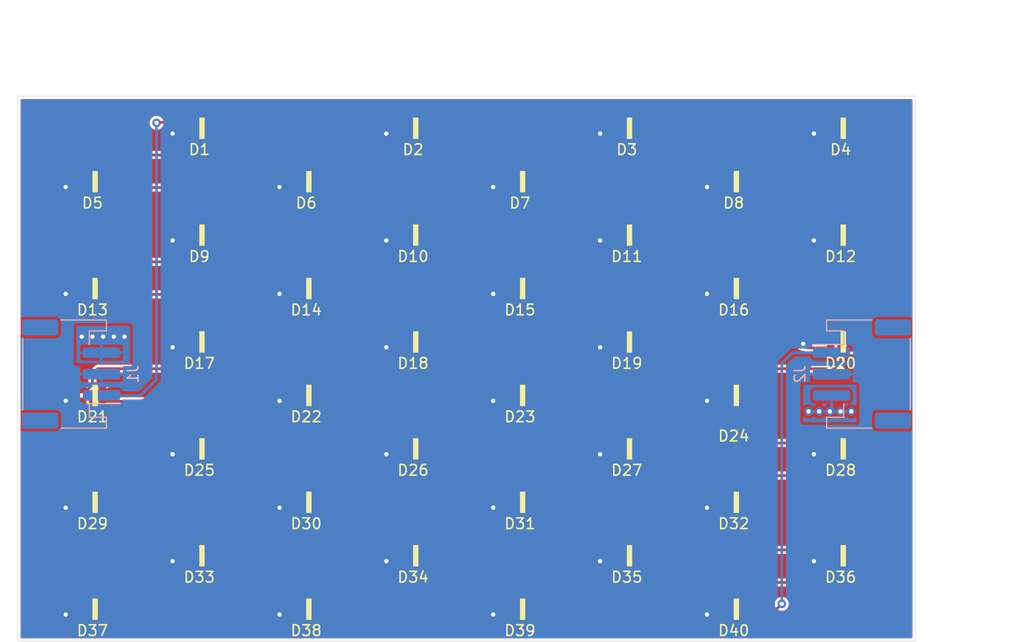
<source format=kicad_pcb>
(kicad_pcb (version 20171130) (host pcbnew "(5.1.9)-1")
  (layers (0 F.Cu signal) (31 B.Cu signal) (34 B.Paste user) (35 F.Paste user) (36 B.SilkS user) (37 F.SilkS user) (38 B.Mask user) (39 F.Mask user) (44 Edge.Cuts user))
  (net 0 "")
  (net 1 +5V)
  (net 2 "Net-(D1-Pad2)")
  (net 3 "Net-(D1-Pad4)")
  (net 4 GND)
  (net 5 "Net-(D2-Pad2)")
  (net 6 "Net-(D3-Pad2)")
  (net 7 "Net-(D4-Pad2)")
  (net 8 "Net-(D5-Pad2)")
  (net 9 "Net-(D6-Pad2)")
  (net 10 "Net-(D7-Pad2)")
  (net 11 "Net-(D8-Pad2)")
  (net 12 "Net-(D10-Pad4)")
  (net 13 "Net-(D10-Pad2)")
  (net 14 "Net-(D11-Pad2)")
  (net 15 "Net-(D12-Pad2)")
  (net 16 "Net-(D13-Pad2)")
  (net 17 "Net-(D14-Pad2)")
  (net 18 "Net-(D15-Pad2)")
  (net 19 "Net-(D16-Pad2)")
  (net 20 "Net-(D17-Pad2)")
  (net 21 "Net-(D18-Pad2)")
  (net 22 "Net-(D19-Pad2)")
  (net 23 "Net-(D20-Pad2)")
  (net 24 "Net-(D21-Pad2)")
  (net 25 "Net-(D22-Pad2)")
  (net 26 "Net-(D23-Pad2)")
  (net 27 "Net-(D24-Pad2)")
  (net 28 "Net-(D25-Pad2)")
  (net 29 "Net-(D26-Pad2)")
  (net 30 "Net-(D27-Pad2)")
  (net 31 "Net-(D28-Pad2)")
  (net 32 "Net-(D29-Pad2)")
  (net 33 "Net-(D30-Pad2)")
  (net 34 "Net-(D31-Pad2)")
  (net 35 "Net-(D32-Pad2)")
  (net 36 "Net-(D33-Pad2)")
  (net 37 "Net-(D34-Pad2)")
  (net 38 "Net-(D35-Pad2)")
  (net 39 "Net-(D36-Pad2)")
  (net 40 "Net-(D37-Pad2)")
  (net 41 "Net-(D38-Pad2)")
  (net 42 "Net-(D39-Pad2)")
  (net 43 "Net-(D40-Pad2)")
  (module edgelit-clock:WS2812-2020 (layer F.Cu) (at 150 105)
    (fp_text reference D24 (at 0 3.8) (layer F.SilkS))
    (fp_text value WS2812B)
    (pad 1 smd rect (at -0.915 0.55) (size 0.7 0.7) (layers F.Cu F.Paste F.Mask) (net 1 +5V))
    (pad 4 smd rect (at -0.915 -0.55) (size 0.7 0.7) (layers F.Cu F.Paste F.Mask) (net 26 "Net-(D23-Pad2)"))
    (pad 3 smd rect (at 0.915 -0.55) (size 0.7 0.7) (layers F.Cu F.Paste F.Mask) (net 4 GND))
    (pad 2 smd rect (at 0.915 0.55) (size 0.7 0.7) (layers F.Cu F.Paste F.Mask) (net 27 "Net-(D24-Pad2)"))
  )
  (module edgelit-clock:WS2812-2020 (layer F.Cu) (at 120 80)
    (fp_text reference D2 (at 0 2) (layer F.SilkS))
    (fp_text value WS2812B)
    (pad 1 smd rect (at -0.915 0.55) (size 0.7 0.7) (layers F.Cu F.Paste F.Mask) (net 1 +5V))
    (pad 4 smd rect (at -0.915 -0.55) (size 0.7 0.7) (layers F.Cu F.Paste F.Mask) (net 2 "Net-(D1-Pad2)"))
    (pad 3 smd rect (at 0.915 -0.55) (size 0.7 0.7) (layers F.Cu F.Paste F.Mask) (net 4 GND))
    (pad 2 smd rect (at 0.915 0.55) (size 0.7 0.7) (layers F.Cu F.Paste F.Mask) (net 5 "Net-(D2-Pad2)"))
  )
  (module edgelit-clock:WS2812-2020 (layer F.Cu) (at 140 80)
    (fp_text reference D3 (at 0 2) (layer F.SilkS))
    (fp_text value WS2812B)
    (pad 1 smd rect (at -0.915 0.55) (size 0.7 0.7) (layers F.Cu F.Paste F.Mask) (net 1 +5V))
    (pad 4 smd rect (at -0.915 -0.55) (size 0.7 0.7) (layers F.Cu F.Paste F.Mask) (net 5 "Net-(D2-Pad2)"))
    (pad 3 smd rect (at 0.915 -0.55) (size 0.7 0.7) (layers F.Cu F.Paste F.Mask) (net 4 GND))
    (pad 2 smd rect (at 0.915 0.55) (size 0.7 0.7) (layers F.Cu F.Paste F.Mask) (net 6 "Net-(D3-Pad2)"))
  )
  (module edgelit-clock:WS2812-2020 (layer F.Cu) (at 160 80)
    (fp_text reference D4 (at 0 2) (layer F.SilkS))
    (fp_text value WS2812B)
    (pad 1 smd rect (at -0.915 0.55) (size 0.7 0.7) (layers F.Cu F.Paste F.Mask) (net 1 +5V))
    (pad 4 smd rect (at -0.915 -0.55) (size 0.7 0.7) (layers F.Cu F.Paste F.Mask) (net 6 "Net-(D3-Pad2)"))
    (pad 3 smd rect (at 0.915 -0.55) (size 0.7 0.7) (layers F.Cu F.Paste F.Mask) (net 4 GND))
    (pad 2 smd rect (at 0.915 0.55) (size 0.7 0.7) (layers F.Cu F.Paste F.Mask) (net 7 "Net-(D4-Pad2)"))
  )
  (module edgelit-clock:WS2812-2020 (layer F.Cu) (at 90 85)
    (fp_text reference D5 (at 0 2) (layer F.SilkS))
    (fp_text value WS2812B)
    (pad 1 smd rect (at -0.915 0.55) (size 0.7 0.7) (layers F.Cu F.Paste F.Mask) (net 1 +5V))
    (pad 4 smd rect (at -0.915 -0.55) (size 0.7 0.7) (layers F.Cu F.Paste F.Mask) (net 7 "Net-(D4-Pad2)"))
    (pad 3 smd rect (at 0.915 -0.55) (size 0.7 0.7) (layers F.Cu F.Paste F.Mask) (net 4 GND))
    (pad 2 smd rect (at 0.915 0.55) (size 0.7 0.7) (layers F.Cu F.Paste F.Mask) (net 8 "Net-(D5-Pad2)"))
  )
  (module edgelit-clock:WS2812-2020 (layer F.Cu) (at 110 85)
    (fp_text reference D6 (at 0 2) (layer F.SilkS))
    (fp_text value WS2812B)
    (pad 1 smd rect (at -0.915 0.55) (size 0.7 0.7) (layers F.Cu F.Paste F.Mask) (net 1 +5V))
    (pad 4 smd rect (at -0.915 -0.55) (size 0.7 0.7) (layers F.Cu F.Paste F.Mask) (net 8 "Net-(D5-Pad2)"))
    (pad 3 smd rect (at 0.915 -0.55) (size 0.7 0.7) (layers F.Cu F.Paste F.Mask) (net 4 GND))
    (pad 2 smd rect (at 0.915 0.55) (size 0.7 0.7) (layers F.Cu F.Paste F.Mask) (net 9 "Net-(D6-Pad2)"))
  )
  (module edgelit-clock:WS2812-2020 (layer F.Cu) (at 130 85)
    (fp_text reference D7 (at 0 2) (layer F.SilkS))
    (fp_text value WS2812B)
    (pad 1 smd rect (at -0.915 0.55) (size 0.7 0.7) (layers F.Cu F.Paste F.Mask) (net 1 +5V))
    (pad 4 smd rect (at -0.915 -0.55) (size 0.7 0.7) (layers F.Cu F.Paste F.Mask) (net 9 "Net-(D6-Pad2)"))
    (pad 3 smd rect (at 0.915 -0.55) (size 0.7 0.7) (layers F.Cu F.Paste F.Mask) (net 4 GND))
    (pad 2 smd rect (at 0.915 0.55) (size 0.7 0.7) (layers F.Cu F.Paste F.Mask) (net 10 "Net-(D7-Pad2)"))
  )
  (module edgelit-clock:WS2812-2020 (layer F.Cu) (at 150 85)
    (fp_text reference D8 (at 0 2) (layer F.SilkS))
    (fp_text value WS2812B)
    (pad 1 smd rect (at -0.915 0.55) (size 0.7 0.7) (layers F.Cu F.Paste F.Mask) (net 1 +5V))
    (pad 4 smd rect (at -0.915 -0.55) (size 0.7 0.7) (layers F.Cu F.Paste F.Mask) (net 10 "Net-(D7-Pad2)"))
    (pad 3 smd rect (at 0.915 -0.55) (size 0.7 0.7) (layers F.Cu F.Paste F.Mask) (net 4 GND))
    (pad 2 smd rect (at 0.915 0.55) (size 0.7 0.7) (layers F.Cu F.Paste F.Mask) (net 11 "Net-(D8-Pad2)"))
  )
  (module edgelit-clock:WS2812-2020 (layer F.Cu) (at 100 90)
    (fp_text reference D9 (at 0 2) (layer F.SilkS))
    (fp_text value WS2812B)
    (pad 1 smd rect (at -0.915 0.55) (size 0.7 0.7) (layers F.Cu F.Paste F.Mask) (net 1 +5V))
    (pad 4 smd rect (at -0.915 -0.55) (size 0.7 0.7) (layers F.Cu F.Paste F.Mask) (net 11 "Net-(D8-Pad2)"))
    (pad 3 smd rect (at 0.915 -0.55) (size 0.7 0.7) (layers F.Cu F.Paste F.Mask) (net 4 GND))
    (pad 2 smd rect (at 0.915 0.55) (size 0.7 0.7) (layers F.Cu F.Paste F.Mask) (net 12 "Net-(D10-Pad4)"))
  )
  (module edgelit-clock:WS2812-2020 (layer F.Cu) (at 120 90)
    (fp_text reference D10 (at 0 2) (layer F.SilkS))
    (fp_text value WS2812B)
    (pad 1 smd rect (at -0.915 0.55) (size 0.7 0.7) (layers F.Cu F.Paste F.Mask) (net 1 +5V))
    (pad 4 smd rect (at -0.915 -0.55) (size 0.7 0.7) (layers F.Cu F.Paste F.Mask) (net 12 "Net-(D10-Pad4)"))
    (pad 3 smd rect (at 0.915 -0.55) (size 0.7 0.7) (layers F.Cu F.Paste F.Mask) (net 4 GND))
    (pad 2 smd rect (at 0.915 0.55) (size 0.7 0.7) (layers F.Cu F.Paste F.Mask) (net 13 "Net-(D10-Pad2)"))
  )
  (module edgelit-clock:WS2812-2020 (layer F.Cu) (at 140 90)
    (fp_text reference D11 (at 0 2) (layer F.SilkS))
    (fp_text value WS2812B)
    (pad 1 smd rect (at -0.915 0.55) (size 0.7 0.7) (layers F.Cu F.Paste F.Mask) (net 1 +5V))
    (pad 4 smd rect (at -0.915 -0.55) (size 0.7 0.7) (layers F.Cu F.Paste F.Mask) (net 13 "Net-(D10-Pad2)"))
    (pad 3 smd rect (at 0.915 -0.55) (size 0.7 0.7) (layers F.Cu F.Paste F.Mask) (net 4 GND))
    (pad 2 smd rect (at 0.915 0.55) (size 0.7 0.7) (layers F.Cu F.Paste F.Mask) (net 14 "Net-(D11-Pad2)"))
  )
  (module edgelit-clock:WS2812-2020 (layer F.Cu) (at 160 90)
    (fp_text reference D12 (at 0 2) (layer F.SilkS))
    (fp_text value WS2812B)
    (pad 1 smd rect (at -0.915 0.55) (size 0.7 0.7) (layers F.Cu F.Paste F.Mask) (net 1 +5V))
    (pad 4 smd rect (at -0.915 -0.55) (size 0.7 0.7) (layers F.Cu F.Paste F.Mask) (net 14 "Net-(D11-Pad2)"))
    (pad 3 smd rect (at 0.915 -0.55) (size 0.7 0.7) (layers F.Cu F.Paste F.Mask) (net 4 GND))
    (pad 2 smd rect (at 0.915 0.55) (size 0.7 0.7) (layers F.Cu F.Paste F.Mask) (net 15 "Net-(D12-Pad2)"))
  )
  (module edgelit-clock:WS2812-2020 (layer F.Cu) (at 90 95)
    (fp_text reference D13 (at 0 2) (layer F.SilkS))
    (fp_text value WS2812B)
    (pad 1 smd rect (at -0.915 0.55) (size 0.7 0.7) (layers F.Cu F.Paste F.Mask) (net 1 +5V))
    (pad 4 smd rect (at -0.915 -0.55) (size 0.7 0.7) (layers F.Cu F.Paste F.Mask) (net 15 "Net-(D12-Pad2)"))
    (pad 3 smd rect (at 0.915 -0.55) (size 0.7 0.7) (layers F.Cu F.Paste F.Mask) (net 4 GND))
    (pad 2 smd rect (at 0.915 0.55) (size 0.7 0.7) (layers F.Cu F.Paste F.Mask) (net 16 "Net-(D13-Pad2)"))
  )
  (module edgelit-clock:WS2812-2020 (layer F.Cu) (at 110 95)
    (fp_text reference D14 (at 0 2) (layer F.SilkS))
    (fp_text value WS2812B)
    (pad 1 smd rect (at -0.915 0.55) (size 0.7 0.7) (layers F.Cu F.Paste F.Mask) (net 1 +5V))
    (pad 4 smd rect (at -0.915 -0.55) (size 0.7 0.7) (layers F.Cu F.Paste F.Mask) (net 16 "Net-(D13-Pad2)"))
    (pad 3 smd rect (at 0.915 -0.55) (size 0.7 0.7) (layers F.Cu F.Paste F.Mask) (net 4 GND))
    (pad 2 smd rect (at 0.915 0.55) (size 0.7 0.7) (layers F.Cu F.Paste F.Mask) (net 17 "Net-(D14-Pad2)"))
  )
  (module edgelit-clock:WS2812-2020 (layer F.Cu) (at 130 95)
    (fp_text reference D15 (at 0 2) (layer F.SilkS))
    (fp_text value WS2812B)
    (pad 1 smd rect (at -0.915 0.55) (size 0.7 0.7) (layers F.Cu F.Paste F.Mask) (net 1 +5V))
    (pad 4 smd rect (at -0.915 -0.55) (size 0.7 0.7) (layers F.Cu F.Paste F.Mask) (net 17 "Net-(D14-Pad2)"))
    (pad 3 smd rect (at 0.915 -0.55) (size 0.7 0.7) (layers F.Cu F.Paste F.Mask) (net 4 GND))
    (pad 2 smd rect (at 0.915 0.55) (size 0.7 0.7) (layers F.Cu F.Paste F.Mask) (net 18 "Net-(D15-Pad2)"))
  )
  (module edgelit-clock:WS2812-2020 (layer F.Cu) (at 150 95)
    (fp_text reference D16 (at 0 2) (layer F.SilkS))
    (fp_text value WS2812B)
    (pad 1 smd rect (at -0.915 0.55) (size 0.7 0.7) (layers F.Cu F.Paste F.Mask) (net 1 +5V))
    (pad 4 smd rect (at -0.915 -0.55) (size 0.7 0.7) (layers F.Cu F.Paste F.Mask) (net 18 "Net-(D15-Pad2)"))
    (pad 3 smd rect (at 0.915 -0.55) (size 0.7 0.7) (layers F.Cu F.Paste F.Mask) (net 4 GND))
    (pad 2 smd rect (at 0.915 0.55) (size 0.7 0.7) (layers F.Cu F.Paste F.Mask) (net 19 "Net-(D16-Pad2)"))
  )
  (module edgelit-clock:WS2812-2020 (layer F.Cu) (at 100 100)
    (fp_text reference D17 (at 0 2) (layer F.SilkS))
    (fp_text value WS2812B)
    (pad 1 smd rect (at -0.915 0.55) (size 0.7 0.7) (layers F.Cu F.Paste F.Mask) (net 1 +5V))
    (pad 4 smd rect (at -0.915 -0.55) (size 0.7 0.7) (layers F.Cu F.Paste F.Mask) (net 19 "Net-(D16-Pad2)"))
    (pad 3 smd rect (at 0.915 -0.55) (size 0.7 0.7) (layers F.Cu F.Paste F.Mask) (net 4 GND))
    (pad 2 smd rect (at 0.915 0.55) (size 0.7 0.7) (layers F.Cu F.Paste F.Mask) (net 20 "Net-(D17-Pad2)"))
  )
  (module edgelit-clock:WS2812-2020 (layer F.Cu) (at 120 100)
    (fp_text reference D18 (at 0 2) (layer F.SilkS))
    (fp_text value WS2812B)
    (pad 1 smd rect (at -0.915 0.55) (size 0.7 0.7) (layers F.Cu F.Paste F.Mask) (net 1 +5V))
    (pad 4 smd rect (at -0.915 -0.55) (size 0.7 0.7) (layers F.Cu F.Paste F.Mask) (net 20 "Net-(D17-Pad2)"))
    (pad 3 smd rect (at 0.915 -0.55) (size 0.7 0.7) (layers F.Cu F.Paste F.Mask) (net 4 GND))
    (pad 2 smd rect (at 0.915 0.55) (size 0.7 0.7) (layers F.Cu F.Paste F.Mask) (net 21 "Net-(D18-Pad2)"))
  )
  (module edgelit-clock:WS2812-2020 (layer F.Cu) (at 140 100)
    (fp_text reference D19 (at 0 2) (layer F.SilkS))
    (fp_text value WS2812B)
    (pad 1 smd rect (at -0.915 0.55) (size 0.7 0.7) (layers F.Cu F.Paste F.Mask) (net 1 +5V))
    (pad 4 smd rect (at -0.915 -0.55) (size 0.7 0.7) (layers F.Cu F.Paste F.Mask) (net 21 "Net-(D18-Pad2)"))
    (pad 3 smd rect (at 0.915 -0.55) (size 0.7 0.7) (layers F.Cu F.Paste F.Mask) (net 4 GND))
    (pad 2 smd rect (at 0.915 0.55) (size 0.7 0.7) (layers F.Cu F.Paste F.Mask) (net 22 "Net-(D19-Pad2)"))
  )
  (module edgelit-clock:WS2812-2020 (layer F.Cu) (at 160 100)
    (fp_text reference D20 (at 0 2) (layer F.SilkS))
    (fp_text value WS2812B)
    (pad 1 smd rect (at -0.915 0.55) (size 0.7 0.7) (layers F.Cu F.Paste F.Mask) (net 1 +5V))
    (pad 4 smd rect (at -0.915 -0.55) (size 0.7 0.7) (layers F.Cu F.Paste F.Mask) (net 22 "Net-(D19-Pad2)"))
    (pad 3 smd rect (at 0.915 -0.55) (size 0.7 0.7) (layers F.Cu F.Paste F.Mask) (net 4 GND))
    (pad 2 smd rect (at 0.915 0.55) (size 0.7 0.7) (layers F.Cu F.Paste F.Mask) (net 23 "Net-(D20-Pad2)"))
  )
  (module edgelit-clock:WS2812-2020 (layer F.Cu) (at 90 105)
    (fp_text reference D21 (at 0 2) (layer F.SilkS))
    (fp_text value WS2812B)
    (pad 1 smd rect (at -0.915 0.55) (size 0.7 0.7) (layers F.Cu F.Paste F.Mask) (net 1 +5V))
    (pad 4 smd rect (at -0.915 -0.55) (size 0.7 0.7) (layers F.Cu F.Paste F.Mask) (net 23 "Net-(D20-Pad2)"))
    (pad 3 smd rect (at 0.915 -0.55) (size 0.7 0.7) (layers F.Cu F.Paste F.Mask) (net 4 GND))
    (pad 2 smd rect (at 0.915 0.55) (size 0.7 0.7) (layers F.Cu F.Paste F.Mask) (net 24 "Net-(D21-Pad2)"))
  )
  (module edgelit-clock:WS2812-2020 (layer F.Cu) (at 110 105)
    (fp_text reference D22 (at 0 2) (layer F.SilkS))
    (fp_text value WS2812B)
    (pad 1 smd rect (at -0.915 0.55) (size 0.7 0.7) (layers F.Cu F.Paste F.Mask) (net 1 +5V))
    (pad 4 smd rect (at -0.915 -0.55) (size 0.7 0.7) (layers F.Cu F.Paste F.Mask) (net 24 "Net-(D21-Pad2)"))
    (pad 3 smd rect (at 0.915 -0.55) (size 0.7 0.7) (layers F.Cu F.Paste F.Mask) (net 4 GND))
    (pad 2 smd rect (at 0.915 0.55) (size 0.7 0.7) (layers F.Cu F.Paste F.Mask) (net 25 "Net-(D22-Pad2)"))
  )
  (module edgelit-clock:WS2812-2020 (layer F.Cu) (at 130 105)
    (fp_text reference D23 (at 0 2) (layer F.SilkS))
    (fp_text value WS2812B)
    (pad 1 smd rect (at -0.915 0.55) (size 0.7 0.7) (layers F.Cu F.Paste F.Mask) (net 1 +5V))
    (pad 4 smd rect (at -0.915 -0.55) (size 0.7 0.7) (layers F.Cu F.Paste F.Mask) (net 25 "Net-(D22-Pad2)"))
    (pad 3 smd rect (at 0.915 -0.55) (size 0.7 0.7) (layers F.Cu F.Paste F.Mask) (net 4 GND))
    (pad 2 smd rect (at 0.915 0.55) (size 0.7 0.7) (layers F.Cu F.Paste F.Mask) (net 26 "Net-(D23-Pad2)"))
  )
  (module edgelit-clock:WS2812-2020 (layer F.Cu) (at 100 110)
    (fp_text reference D25 (at 0 2) (layer F.SilkS))
    (fp_text value WS2812B)
    (pad 1 smd rect (at -0.915 0.55) (size 0.7 0.7) (layers F.Cu F.Paste F.Mask) (net 1 +5V))
    (pad 4 smd rect (at -0.915 -0.55) (size 0.7 0.7) (layers F.Cu F.Paste F.Mask) (net 27 "Net-(D24-Pad2)"))
    (pad 3 smd rect (at 0.915 -0.55) (size 0.7 0.7) (layers F.Cu F.Paste F.Mask) (net 4 GND))
    (pad 2 smd rect (at 0.915 0.55) (size 0.7 0.7) (layers F.Cu F.Paste F.Mask) (net 28 "Net-(D25-Pad2)"))
  )
  (module edgelit-clock:WS2812-2020 (layer F.Cu) (at 120 110)
    (fp_text reference D26 (at 0 2) (layer F.SilkS))
    (fp_text value WS2812B)
    (pad 1 smd rect (at -0.915 0.55) (size 0.7 0.7) (layers F.Cu F.Paste F.Mask) (net 1 +5V))
    (pad 4 smd rect (at -0.915 -0.55) (size 0.7 0.7) (layers F.Cu F.Paste F.Mask) (net 28 "Net-(D25-Pad2)"))
    (pad 3 smd rect (at 0.915 -0.55) (size 0.7 0.7) (layers F.Cu F.Paste F.Mask) (net 4 GND))
    (pad 2 smd rect (at 0.915 0.55) (size 0.7 0.7) (layers F.Cu F.Paste F.Mask) (net 29 "Net-(D26-Pad2)"))
  )
  (module edgelit-clock:WS2812-2020 (layer F.Cu) (at 140 110)
    (fp_text reference D27 (at 0 2) (layer F.SilkS))
    (fp_text value WS2812B)
    (pad 1 smd rect (at -0.915 0.55) (size 0.7 0.7) (layers F.Cu F.Paste F.Mask) (net 1 +5V))
    (pad 4 smd rect (at -0.915 -0.55) (size 0.7 0.7) (layers F.Cu F.Paste F.Mask) (net 29 "Net-(D26-Pad2)"))
    (pad 3 smd rect (at 0.915 -0.55) (size 0.7 0.7) (layers F.Cu F.Paste F.Mask) (net 4 GND))
    (pad 2 smd rect (at 0.915 0.55) (size 0.7 0.7) (layers F.Cu F.Paste F.Mask) (net 30 "Net-(D27-Pad2)"))
  )
  (module edgelit-clock:WS2812-2020 (layer F.Cu) (at 160 110)
    (fp_text reference D28 (at 0 2) (layer F.SilkS))
    (fp_text value WS2812B)
    (pad 1 smd rect (at -0.915 0.55) (size 0.7 0.7) (layers F.Cu F.Paste F.Mask) (net 1 +5V))
    (pad 4 smd rect (at -0.915 -0.55) (size 0.7 0.7) (layers F.Cu F.Paste F.Mask) (net 30 "Net-(D27-Pad2)"))
    (pad 3 smd rect (at 0.915 -0.55) (size 0.7 0.7) (layers F.Cu F.Paste F.Mask) (net 4 GND))
    (pad 2 smd rect (at 0.915 0.55) (size 0.7 0.7) (layers F.Cu F.Paste F.Mask) (net 31 "Net-(D28-Pad2)"))
  )
  (module edgelit-clock:WS2812-2020 (layer F.Cu) (at 90 115)
    (fp_text reference D29 (at 0 2) (layer F.SilkS))
    (fp_text value WS2812B)
    (pad 1 smd rect (at -0.915 0.55) (size 0.7 0.7) (layers F.Cu F.Paste F.Mask) (net 1 +5V))
    (pad 4 smd rect (at -0.915 -0.55) (size 0.7 0.7) (layers F.Cu F.Paste F.Mask) (net 31 "Net-(D28-Pad2)"))
    (pad 3 smd rect (at 0.915 -0.55) (size 0.7 0.7) (layers F.Cu F.Paste F.Mask) (net 4 GND))
    (pad 2 smd rect (at 0.915 0.55) (size 0.7 0.7) (layers F.Cu F.Paste F.Mask) (net 32 "Net-(D29-Pad2)"))
  )
  (module edgelit-clock:WS2812-2020 (layer F.Cu) (at 110 115)
    (fp_text reference D30 (at 0 2) (layer F.SilkS))
    (fp_text value WS2812B)
    (pad 1 smd rect (at -0.915 0.55) (size 0.7 0.7) (layers F.Cu F.Paste F.Mask) (net 1 +5V))
    (pad 4 smd rect (at -0.915 -0.55) (size 0.7 0.7) (layers F.Cu F.Paste F.Mask) (net 32 "Net-(D29-Pad2)"))
    (pad 3 smd rect (at 0.915 -0.55) (size 0.7 0.7) (layers F.Cu F.Paste F.Mask) (net 4 GND))
    (pad 2 smd rect (at 0.915 0.55) (size 0.7 0.7) (layers F.Cu F.Paste F.Mask) (net 33 "Net-(D30-Pad2)"))
  )
  (module edgelit-clock:WS2812-2020 (layer F.Cu) (at 130 115)
    (fp_text reference D31 (at 0 2) (layer F.SilkS))
    (fp_text value WS2812B)
    (pad 1 smd rect (at -0.915 0.55) (size 0.7 0.7) (layers F.Cu F.Paste F.Mask) (net 1 +5V))
    (pad 4 smd rect (at -0.915 -0.55) (size 0.7 0.7) (layers F.Cu F.Paste F.Mask) (net 33 "Net-(D30-Pad2)"))
    (pad 3 smd rect (at 0.915 -0.55) (size 0.7 0.7) (layers F.Cu F.Paste F.Mask) (net 4 GND))
    (pad 2 smd rect (at 0.915 0.55) (size 0.7 0.7) (layers F.Cu F.Paste F.Mask) (net 34 "Net-(D31-Pad2)"))
  )
  (module edgelit-clock:WS2812-2020 (layer F.Cu) (at 150 115)
    (fp_text reference D32 (at 0 2) (layer F.SilkS))
    (fp_text value WS2812B)
    (pad 1 smd rect (at -0.915 0.55) (size 0.7 0.7) (layers F.Cu F.Paste F.Mask) (net 1 +5V))
    (pad 4 smd rect (at -0.915 -0.55) (size 0.7 0.7) (layers F.Cu F.Paste F.Mask) (net 34 "Net-(D31-Pad2)"))
    (pad 3 smd rect (at 0.915 -0.55) (size 0.7 0.7) (layers F.Cu F.Paste F.Mask) (net 4 GND))
    (pad 2 smd rect (at 0.915 0.55) (size 0.7 0.7) (layers F.Cu F.Paste F.Mask) (net 35 "Net-(D32-Pad2)"))
  )
  (module edgelit-clock:WS2812-2020 (layer F.Cu) (at 100 120)
    (fp_text reference D33 (at 0 2) (layer F.SilkS))
    (fp_text value WS2812B)
    (pad 1 smd rect (at -0.915 0.55) (size 0.7 0.7) (layers F.Cu F.Paste F.Mask) (net 1 +5V))
    (pad 4 smd rect (at -0.915 -0.55) (size 0.7 0.7) (layers F.Cu F.Paste F.Mask) (net 35 "Net-(D32-Pad2)"))
    (pad 3 smd rect (at 0.915 -0.55) (size 0.7 0.7) (layers F.Cu F.Paste F.Mask) (net 4 GND))
    (pad 2 smd rect (at 0.915 0.55) (size 0.7 0.7) (layers F.Cu F.Paste F.Mask) (net 36 "Net-(D33-Pad2)"))
  )
  (module edgelit-clock:WS2812-2020 (layer F.Cu) (at 120 120)
    (fp_text reference D34 (at 0 2) (layer F.SilkS))
    (fp_text value WS2812B)
    (pad 1 smd rect (at -0.915 0.55) (size 0.7 0.7) (layers F.Cu F.Paste F.Mask) (net 1 +5V))
    (pad 4 smd rect (at -0.915 -0.55) (size 0.7 0.7) (layers F.Cu F.Paste F.Mask) (net 36 "Net-(D33-Pad2)"))
    (pad 3 smd rect (at 0.915 -0.55) (size 0.7 0.7) (layers F.Cu F.Paste F.Mask) (net 4 GND))
    (pad 2 smd rect (at 0.915 0.55) (size 0.7 0.7) (layers F.Cu F.Paste F.Mask) (net 37 "Net-(D34-Pad2)"))
  )
  (module edgelit-clock:WS2812-2020 (layer F.Cu) (at 140 120)
    (fp_text reference D35 (at 0 2) (layer F.SilkS))
    (fp_text value WS2812B)
    (pad 1 smd rect (at -0.915 0.55) (size 0.7 0.7) (layers F.Cu F.Paste F.Mask) (net 1 +5V))
    (pad 4 smd rect (at -0.915 -0.55) (size 0.7 0.7) (layers F.Cu F.Paste F.Mask) (net 37 "Net-(D34-Pad2)"))
    (pad 3 smd rect (at 0.915 -0.55) (size 0.7 0.7) (layers F.Cu F.Paste F.Mask) (net 4 GND))
    (pad 2 smd rect (at 0.915 0.55) (size 0.7 0.7) (layers F.Cu F.Paste F.Mask) (net 38 "Net-(D35-Pad2)"))
  )
  (module edgelit-clock:WS2812-2020 (layer F.Cu) (at 160 120)
    (fp_text reference D36 (at 0 2) (layer F.SilkS))
    (fp_text value WS2812B)
    (pad 1 smd rect (at -0.915 0.55) (size 0.7 0.7) (layers F.Cu F.Paste F.Mask) (net 1 +5V))
    (pad 4 smd rect (at -0.915 -0.55) (size 0.7 0.7) (layers F.Cu F.Paste F.Mask) (net 38 "Net-(D35-Pad2)"))
    (pad 3 smd rect (at 0.915 -0.55) (size 0.7 0.7) (layers F.Cu F.Paste F.Mask) (net 4 GND))
    (pad 2 smd rect (at 0.915 0.55) (size 0.7 0.7) (layers F.Cu F.Paste F.Mask) (net 39 "Net-(D36-Pad2)"))
  )
  (module edgelit-clock:WS2812-2020 (layer F.Cu) (at 90 125)
    (fp_text reference D37 (at 0 2) (layer F.SilkS))
    (fp_text value WS2812B)
    (pad 1 smd rect (at -0.915 0.55) (size 0.7 0.7) (layers F.Cu F.Paste F.Mask) (net 1 +5V))
    (pad 4 smd rect (at -0.915 -0.55) (size 0.7 0.7) (layers F.Cu F.Paste F.Mask) (net 39 "Net-(D36-Pad2)"))
    (pad 3 smd rect (at 0.915 -0.55) (size 0.7 0.7) (layers F.Cu F.Paste F.Mask) (net 4 GND))
    (pad 2 smd rect (at 0.915 0.55) (size 0.7 0.7) (layers F.Cu F.Paste F.Mask) (net 40 "Net-(D37-Pad2)"))
  )
  (module edgelit-clock:WS2812-2020 (layer F.Cu) (at 110 125)
    (fp_text reference D38 (at 0 2) (layer F.SilkS))
    (fp_text value WS2812B)
    (pad 1 smd rect (at -0.915 0.55) (size 0.7 0.7) (layers F.Cu F.Paste F.Mask) (net 1 +5V))
    (pad 4 smd rect (at -0.915 -0.55) (size 0.7 0.7) (layers F.Cu F.Paste F.Mask) (net 40 "Net-(D37-Pad2)"))
    (pad 3 smd rect (at 0.915 -0.55) (size 0.7 0.7) (layers F.Cu F.Paste F.Mask) (net 4 GND))
    (pad 2 smd rect (at 0.915 0.55) (size 0.7 0.7) (layers F.Cu F.Paste F.Mask) (net 41 "Net-(D38-Pad2)"))
  )
  (module edgelit-clock:WS2812-2020 (layer F.Cu) (at 130 125)
    (fp_text reference D39 (at 0 2) (layer F.SilkS))
    (fp_text value WS2812B)
    (pad 1 smd rect (at -0.915 0.55) (size 0.7 0.7) (layers F.Cu F.Paste F.Mask) (net 1 +5V))
    (pad 4 smd rect (at -0.915 -0.55) (size 0.7 0.7) (layers F.Cu F.Paste F.Mask) (net 41 "Net-(D38-Pad2)"))
    (pad 3 smd rect (at 0.915 -0.55) (size 0.7 0.7) (layers F.Cu F.Paste F.Mask) (net 4 GND))
    (pad 2 smd rect (at 0.915 0.55) (size 0.7 0.7) (layers F.Cu F.Paste F.Mask) (net 42 "Net-(D39-Pad2)"))
  )
  (module edgelit-clock:WS2812-2020 (layer F.Cu) (at 150 125)
    (fp_text reference D40 (at 0 2) (layer F.SilkS))
    (fp_text value WS2812B)
    (pad 1 smd rect (at -0.915 0.55) (size 0.7 0.7) (layers F.Cu F.Paste F.Mask) (net 1 +5V))
    (pad 4 smd rect (at -0.915 -0.55) (size 0.7 0.7) (layers F.Cu F.Paste F.Mask) (net 42 "Net-(D39-Pad2)"))
    (pad 3 smd rect (at 0.915 -0.55) (size 0.7 0.7) (layers F.Cu F.Paste F.Mask) (net 4 GND))
    (pad 2 smd rect (at 0.915 0.55) (size 0.7 0.7) (layers F.Cu F.Paste F.Mask) (net 43 "Net-(D40-Pad2)"))
  )
  (module edgelit-clock:WS2812-2020 (layer F.Cu) (at 100 80)
    (fp_text reference D1 (at 0 2) (layer F.SilkS))
    (fp_text value WS2812B)
    (pad 1 smd rect (at -0.915 0.55) (size 0.7 0.7) (layers F.Cu F.Paste F.Mask) (net 1 +5V))
    (pad 4 smd rect (at -0.915 -0.55) (size 0.7 0.7) (layers F.Cu F.Paste F.Mask) (net 3 "Net-(D1-Pad4)"))
    (pad 3 smd rect (at 0.915 -0.55) (size 0.7 0.7) (layers F.Cu F.Paste F.Mask) (net 4 GND))
    (pad 2 smd rect (at 0.915 0.55) (size 0.7 0.7) (layers F.Cu F.Paste F.Mask) (net 2 "Net-(D1-Pad2)"))
  )
  (module Connector_JST:JST_PH_S3B-PH-SM4-TB_1x03-1MP_P2.00mm_Horizontal (layer B.Cu) (at 88 103 90)
    (fp_text reference J1 (at 0 5.8 90) (layer B.SilkS) (effects (justify mirror)))
    (fp_text value Conn_01x03)
    (pad 1 smd roundrect (at -2 2.85 90) (size 1 3.5) (layers B.Cu B.Paste B.Mask) (net 3 "Net-(D1-Pad4)"))
    (pad 2 smd roundrect (at 0 2.85 90) (size 1 3.5) (layers B.Cu B.Paste B.Mask) (net 1 +5V))
    (pad 3 smd roundrect (at 2 2.85 90) (size 1 3.5) (layers B.Cu B.Paste B.Mask) (net 4 GND))
    (pad MP smd roundrect (at -4.35 -2.9 90) (size 1.5 3.4) (layers B.Cu B.Paste B.Mask) (roundrect_rratio 0.166667))
    (pad MP smd roundrect (at 4.35 -2.9 90) (size 1.5 3.4) (layers B.Cu B.Paste B.Mask) (roundrect_rratio 0.166667))
  )
  (module Connector_JST:JST_PH_S3B-PH-SM4-TB_1x03-1MP_P2.00mm_Horizontal (layer B.Cu) (at 162 103 270)
    (fp_text reference J2 (at 0 5.8 270) (layer B.SilkS) (effects (justify mirror)))
    (fp_text value Conn_01x03)
    (pad MP smd roundrect (at 4.35 -2.9 270) (size 1.5 3.4) (layers B.Cu B.Paste B.Mask) (roundrect_rratio 0.166667))
    (pad MP smd roundrect (at -4.35 -2.9 270) (size 1.5 3.4) (layers B.Cu B.Paste B.Mask) (roundrect_rratio 0.166667))
    (pad 3 smd roundrect (at 2 2.85 270) (size 1 3.5) (layers B.Cu B.Paste B.Mask) (net 4 GND))
    (pad 2 smd roundrect (at 0 2.85 270) (size 1 3.5) (layers B.Cu B.Paste B.Mask) (net 1 +5V))
    (pad 1 smd roundrect (at -2 2.85 270) (size 1 3.5) (layers B.Cu B.Paste B.Mask) (net 43 "Net-(D40-Pad2)"))
  )
  (gr_line (start 83 128) (end 83 77) (layer Edge.Cuts) (width 0.05))
  (gr_line (start 167 128) (end 83 128) (layer Edge.Cuts) (width 0.05))
  (gr_line (start 167 77) (end 167 128) (layer Edge.Cuts) (width 0.05))
  (gr_line (start 83 77) (end 167 77) (layer Edge.Cuts) (width 0.05))
  (via (at 97.5 80.5) (size 0.8) (drill 0.4) (layers F.Cu B.Cu) (net 1))
  (segment (start 97.55 80.55) (end 97.5 80.5) (width 0.25) (layer F.Cu) (net 1))
  (segment (start 99.085 80.55) (end 97.55 80.55) (width 0.25) (layer F.Cu) (net 1))
  (via (at 117.5 80.5) (size 0.8) (drill 0.4) (layers F.Cu B.Cu) (net 1))
  (segment (start 117.55 80.55) (end 117.5 80.5) (width 0.25) (layer F.Cu) (net 1))
  (segment (start 119.085 80.55) (end 117.55 80.55) (width 0.25) (layer F.Cu) (net 1))
  (via (at 137.5 80.5) (size 0.8) (drill 0.4) (layers F.Cu B.Cu) (net 1))
  (segment (start 137.55 80.55) (end 137.5 80.5) (width 0.25) (layer F.Cu) (net 1))
  (segment (start 139.085 80.55) (end 137.55 80.55) (width 0.25) (layer F.Cu) (net 1))
  (via (at 157.5 80.5) (size 0.8) (drill 0.4) (layers F.Cu B.Cu) (net 1))
  (segment (start 157.55 80.55) (end 157.5 80.5) (width 0.25) (layer F.Cu) (net 1))
  (segment (start 159.085 80.55) (end 157.55 80.55) (width 0.25) (layer F.Cu) (net 1))
  (via (at 87.5 85.5) (size 0.8) (drill 0.4) (layers F.Cu B.Cu) (net 1))
  (segment (start 87.55 85.55) (end 87.5 85.5) (width 0.25) (layer F.Cu) (net 1))
  (segment (start 89.085 85.55) (end 87.55 85.55) (width 0.25) (layer F.Cu) (net 1))
  (via (at 107.5 85.5) (size 0.8) (drill 0.4) (layers F.Cu B.Cu) (net 1))
  (segment (start 107.55 85.55) (end 107.5 85.5) (width 0.25) (layer F.Cu) (net 1))
  (segment (start 109.085 85.55) (end 107.55 85.55) (width 0.25) (layer F.Cu) (net 1))
  (via (at 127.5 85.5) (size 0.8) (drill 0.4) (layers F.Cu B.Cu) (net 1))
  (segment (start 127.55 85.55) (end 127.5 85.5) (width 0.25) (layer F.Cu) (net 1))
  (segment (start 129.085 85.55) (end 127.55 85.55) (width 0.25) (layer F.Cu) (net 1))
  (via (at 147.5 85.5) (size 0.8) (drill 0.4) (layers F.Cu B.Cu) (net 1))
  (segment (start 147.55 85.55) (end 147.5 85.5) (width 0.25) (layer F.Cu) (net 1))
  (segment (start 149.085 85.55) (end 147.55 85.55) (width 0.25) (layer F.Cu) (net 1))
  (via (at 97.5 90.5) (size 0.8) (drill 0.4) (layers F.Cu B.Cu) (net 1))
  (segment (start 97.55 90.55) (end 97.5 90.5) (width 0.25) (layer F.Cu) (net 1))
  (segment (start 99.085 90.55) (end 97.55 90.55) (width 0.25) (layer F.Cu) (net 1))
  (via (at 117.5 90.5) (size 0.8) (drill 0.4) (layers F.Cu B.Cu) (net 1))
  (segment (start 117.55 90.55) (end 117.5 90.5) (width 0.25) (layer F.Cu) (net 1))
  (segment (start 119.085 90.55) (end 117.55 90.55) (width 0.25) (layer F.Cu) (net 1))
  (via (at 137.5 90.5) (size 0.8) (drill 0.4) (layers F.Cu B.Cu) (net 1))
  (segment (start 137.55 90.55) (end 137.5 90.5) (width 0.25) (layer F.Cu) (net 1))
  (segment (start 139.085 90.55) (end 137.55 90.55) (width 0.25) (layer F.Cu) (net 1))
  (via (at 157.5 90.5) (size 0.8) (drill 0.4) (layers F.Cu B.Cu) (net 1))
  (segment (start 157.55 90.55) (end 157.5 90.5) (width 0.25) (layer F.Cu) (net 1))
  (segment (start 159.085 90.55) (end 157.55 90.55) (width 0.25) (layer F.Cu) (net 1))
  (via (at 87.5 95.5) (size 0.8) (drill 0.4) (layers F.Cu B.Cu) (net 1))
  (segment (start 87.55 95.55) (end 87.5 95.5) (width 0.25) (layer F.Cu) (net 1))
  (segment (start 89.085 95.55) (end 87.55 95.55) (width 0.25) (layer F.Cu) (net 1))
  (via (at 107.5 95.5) (size 0.8) (drill 0.4) (layers F.Cu B.Cu) (net 1))
  (segment (start 107.55 95.55) (end 107.5 95.5) (width 0.25) (layer F.Cu) (net 1))
  (segment (start 109.085 95.55) (end 107.55 95.55) (width 0.25) (layer F.Cu) (net 1))
  (via (at 127.5 95.5) (size 0.8) (drill 0.4) (layers F.Cu B.Cu) (net 1))
  (segment (start 127.55 95.55) (end 127.5 95.5) (width 0.25) (layer F.Cu) (net 1))
  (segment (start 129.085 95.55) (end 127.55 95.55) (width 0.25) (layer F.Cu) (net 1))
  (via (at 147.5 95.5) (size 0.8) (drill 0.4) (layers F.Cu B.Cu) (net 1))
  (segment (start 147.55 95.55) (end 147.5 95.5) (width 0.25) (layer F.Cu) (net 1))
  (segment (start 149.085 95.55) (end 147.55 95.55) (width 0.25) (layer F.Cu) (net 1))
  (via (at 97.5 100.5) (size 0.8) (drill 0.4) (layers F.Cu B.Cu) (net 1))
  (segment (start 97.55 100.55) (end 97.5 100.5) (width 0.25) (layer F.Cu) (net 1))
  (segment (start 99.085 100.55) (end 97.55 100.55) (width 0.25) (layer F.Cu) (net 1))
  (segment (start 117.55 100.55) (end 117.5 100.5) (width 0.25) (layer F.Cu) (net 1))
  (via (at 117.5 100.5) (size 0.8) (drill 0.4) (layers F.Cu B.Cu) (net 1))
  (segment (start 119.085 100.55) (end 117.55 100.55) (width 0.25) (layer F.Cu) (net 1))
  (via (at 137.5 100.5) (size 0.8) (drill 0.4) (layers F.Cu B.Cu) (net 1))
  (segment (start 137.55 100.55) (end 137.5 100.5) (width 0.25) (layer F.Cu) (net 1))
  (segment (start 139.085 100.55) (end 137.55 100.55) (width 0.25) (layer F.Cu) (net 1))
  (via (at 156.5 100.175) (size 0.8) (drill 0.4) (layers F.Cu B.Cu) (net 1))
  (segment (start 156.875 100.55) (end 156.5 100.175) (width 0.25) (layer F.Cu) (net 1))
  (segment (start 159.085 100.55) (end 156.875 100.55) (width 0.25) (layer F.Cu) (net 1))
  (via (at 87.5 105.5) (size 0.8) (drill 0.4) (layers F.Cu B.Cu) (net 1))
  (segment (start 87.55 105.55) (end 87.5 105.5) (width 0.25) (layer F.Cu) (net 1))
  (segment (start 89.085 105.55) (end 87.55 105.55) (width 0.25) (layer F.Cu) (net 1))
  (via (at 107.5 105.5) (size 0.8) (drill 0.4) (layers F.Cu B.Cu) (net 1))
  (segment (start 107.55 105.55) (end 107.5 105.5) (width 0.25) (layer F.Cu) (net 1))
  (segment (start 109.085 105.55) (end 107.55 105.55) (width 0.25) (layer F.Cu) (net 1))
  (via (at 127.5 105.5) (size 0.8) (drill 0.4) (layers F.Cu B.Cu) (net 1))
  (segment (start 127.55 105.55) (end 127.5 105.5) (width 0.25) (layer F.Cu) (net 1))
  (segment (start 129.085 105.55) (end 127.55 105.55) (width 0.25) (layer F.Cu) (net 1))
  (via (at 147.5 105.5) (size 0.8) (drill 0.4) (layers F.Cu B.Cu) (net 1))
  (segment (start 147.55 105.55) (end 147.5 105.5) (width 0.25) (layer F.Cu) (net 1))
  (segment (start 149.085 105.55) (end 147.55 105.55) (width 0.25) (layer F.Cu) (net 1))
  (via (at 97.5 110.5) (size 0.8) (drill 0.4) (layers F.Cu B.Cu) (net 1))
  (segment (start 97.55 110.55) (end 97.5 110.5) (width 0.25) (layer F.Cu) (net 1))
  (segment (start 99.085 110.55) (end 97.55 110.55) (width 0.25) (layer F.Cu) (net 1))
  (via (at 117.5 110.5) (size 0.8) (drill 0.4) (layers F.Cu B.Cu) (net 1))
  (segment (start 117.55 110.55) (end 117.5 110.5) (width 0.25) (layer F.Cu) (net 1))
  (segment (start 119.085 110.55) (end 117.55 110.55) (width 0.25) (layer F.Cu) (net 1))
  (via (at 137.5 110.5) (size 0.8) (drill 0.4) (layers F.Cu B.Cu) (net 1))
  (segment (start 137.55 110.55) (end 137.5 110.5) (width 0.25) (layer F.Cu) (net 1))
  (segment (start 139.085 110.55) (end 137.55 110.55) (width 0.25) (layer F.Cu) (net 1))
  (via (at 157.5 110.5) (size 0.8) (drill 0.4) (layers F.Cu B.Cu) (net 1))
  (segment (start 157.55 110.55) (end 157.5 110.5) (width 0.25) (layer F.Cu) (net 1))
  (segment (start 159.085 110.55) (end 157.55 110.55) (width 0.25) (layer F.Cu) (net 1))
  (via (at 87.5 115.5) (size 0.8) (drill 0.4) (layers F.Cu B.Cu) (net 1))
  (segment (start 87.55 115.55) (end 87.5 115.5) (width 0.25) (layer F.Cu) (net 1))
  (segment (start 89.085 115.55) (end 87.55 115.55) (width 0.25) (layer F.Cu) (net 1))
  (via (at 107.5 115.5) (size 0.8) (drill 0.4) (layers F.Cu B.Cu) (net 1))
  (segment (start 107.55 115.55) (end 107.5 115.5) (width 0.25) (layer F.Cu) (net 1))
  (segment (start 109.085 115.55) (end 107.55 115.55) (width 0.25) (layer F.Cu) (net 1))
  (via (at 127.5 115.5) (size 0.8) (drill 0.4) (layers F.Cu B.Cu) (net 1))
  (segment (start 127.55 115.55) (end 127.5 115.5) (width 0.25) (layer F.Cu) (net 1))
  (segment (start 129.085 115.55) (end 127.55 115.55) (width 0.25) (layer F.Cu) (net 1))
  (via (at 147.5 115.5) (size 0.8) (drill 0.4) (layers F.Cu B.Cu) (net 1))
  (segment (start 147.55 115.55) (end 147.5 115.5) (width 0.25) (layer F.Cu) (net 1))
  (segment (start 149.085 115.55) (end 147.55 115.55) (width 0.25) (layer F.Cu) (net 1))
  (segment (start 97.55 120.55) (end 97.5 120.5) (width 0.25) (layer F.Cu) (net 1))
  (via (at 97.5 120.5) (size 0.8) (drill 0.4) (layers F.Cu B.Cu) (net 1))
  (segment (start 99.085 120.55) (end 97.55 120.55) (width 0.25) (layer F.Cu) (net 1))
  (via (at 117.5 120.5) (size 0.8) (drill 0.4) (layers F.Cu B.Cu) (net 1))
  (segment (start 117.55 120.55) (end 117.5 120.5) (width 0.25) (layer F.Cu) (net 1))
  (segment (start 119.085 120.55) (end 117.55 120.55) (width 0.25) (layer F.Cu) (net 1))
  (via (at 137.5 120.5) (size 0.8) (drill 0.4) (layers F.Cu B.Cu) (net 1))
  (segment (start 137.55 120.55) (end 137.5 120.5) (width 0.25) (layer F.Cu) (net 1))
  (segment (start 139.085 120.55) (end 137.55 120.55) (width 0.25) (layer F.Cu) (net 1))
  (via (at 157.5 120.5) (size 0.8) (drill 0.4) (layers F.Cu B.Cu) (net 1))
  (segment (start 157.55 120.55) (end 157.5 120.5) (width 0.25) (layer F.Cu) (net 1))
  (segment (start 159.085 120.55) (end 157.55 120.55) (width 0.25) (layer F.Cu) (net 1))
  (via (at 87.5 125.5) (size 0.8) (drill 0.4) (layers F.Cu B.Cu) (net 1))
  (segment (start 87.55 125.55) (end 87.5 125.5) (width 0.25) (layer F.Cu) (net 1))
  (segment (start 89.085 125.55) (end 87.55 125.55) (width 0.25) (layer F.Cu) (net 1))
  (via (at 107.5 125.5) (size 0.8) (drill 0.4) (layers F.Cu B.Cu) (net 1))
  (segment (start 107.55 125.55) (end 107.5 125.5) (width 0.25) (layer F.Cu) (net 1))
  (segment (start 109.085 125.55) (end 107.55 125.55) (width 0.25) (layer F.Cu) (net 1))
  (via (at 127.5 125.5) (size 0.8) (drill 0.4) (layers F.Cu B.Cu) (net 1))
  (segment (start 127.55 125.55) (end 127.5 125.5) (width 0.25) (layer F.Cu) (net 1))
  (segment (start 129.085 125.55) (end 127.55 125.55) (width 0.25) (layer F.Cu) (net 1))
  (via (at 147.5 125.5) (size 0.8) (drill 0.4) (layers F.Cu B.Cu) (net 1))
  (segment (start 147.55 125.55) (end 147.5 125.5) (width 0.25) (layer F.Cu) (net 1))
  (segment (start 149.085 125.55) (end 147.55 125.55) (width 0.25) (layer F.Cu) (net 1))
  (segment (start 100.915 80.55) (end 109.45 80.55) (width 0.25) (layer F.Cu) (net 2))
  (segment (start 110.55 79.45) (end 119.085 79.45) (width 0.25) (layer F.Cu) (net 2))
  (segment (start 109.45 80.55) (end 110.55 79.45) (width 0.25) (layer F.Cu) (net 2))
  (segment (start 96 103.5) (end 94.5 105) (width 0.25) (layer B.Cu) (net 3))
  (segment (start 96 79.5) (end 96 103.5) (width 0.25) (layer B.Cu) (net 3))
  (segment (start 94.5 105) (end 90.85 105) (width 0.25) (layer B.Cu) (net 3))
  (via (at 96 79.5) (size 0.8) (drill 0.4) (layers F.Cu B.Cu) (net 3))
  (segment (start 96.05 79.45) (end 96 79.5) (width 0.25) (layer F.Cu) (net 3))
  (segment (start 99.085 79.45) (end 96.05 79.45) (width 0.25) (layer F.Cu) (net 3))
  (segment (start 90.85 101) (end 90.85 99.65) (width 0.25) (layer B.Cu) (net 4))
  (via (at 89 99.5) (size 0.8) (drill 0.4) (layers F.Cu B.Cu) (net 4))
  (segment (start 90.85 99.65) (end 90.7 99.5) (width 0.25) (layer B.Cu) (net 4))
  (via (at 90 99.5) (size 0.8) (drill 0.4) (layers F.Cu B.Cu) (net 4))
  (segment (start 90.7 99.5) (end 90 99.5) (width 0.25) (layer B.Cu) (net 4))
  (segment (start 90 99.5) (end 89 99.5) (width 0.25) (layer B.Cu) (net 4))
  (via (at 91 99.5) (size 0.8) (drill 0.4) (layers F.Cu B.Cu) (net 4))
  (segment (start 90.7 99.5) (end 91 99.5) (width 0.25) (layer B.Cu) (net 4))
  (via (at 92 99.5) (size 0.8) (drill 0.4) (layers F.Cu B.Cu) (net 4))
  (segment (start 91 99.5) (end 92 99.5) (width 0.25) (layer B.Cu) (net 4))
  (via (at 93 99.5) (size 0.8) (drill 0.4) (layers F.Cu B.Cu) (net 4))
  (segment (start 92 99.5) (end 93 99.5) (width 0.25) (layer B.Cu) (net 4))
  (segment (start 159.15 105) (end 159.15 106.15) (width 0.25) (layer B.Cu) (net 4))
  (via (at 161 106.5) (size 0.8) (drill 0.4) (layers F.Cu B.Cu) (net 4))
  (segment (start 159.15 106.15) (end 159.5 106.5) (width 0.25) (layer B.Cu) (net 4))
  (via (at 160 106.5) (size 0.8) (drill 0.4) (layers F.Cu B.Cu) (net 4))
  (segment (start 161 106.5) (end 160 106.5) (width 0.25) (layer B.Cu) (net 4))
  (segment (start 159.5 106.5) (end 160 106.5) (width 0.25) (layer B.Cu) (net 4))
  (via (at 159 106.5) (size 0.8) (drill 0.4) (layers F.Cu B.Cu) (net 4))
  (segment (start 160 106.5) (end 159 106.5) (width 0.25) (layer B.Cu) (net 4))
  (via (at 158 106.5) (size 0.8) (drill 0.4) (layers F.Cu B.Cu) (net 4))
  (segment (start 159 106.5) (end 158 106.5) (width 0.25) (layer B.Cu) (net 4))
  (via (at 157 106.5) (size 0.8) (drill 0.4) (layers F.Cu B.Cu) (net 4))
  (segment (start 158 106.5) (end 157 106.5) (width 0.25) (layer B.Cu) (net 4))
  (segment (start 120.915 80.55) (end 129.45 80.55) (width 0.25) (layer F.Cu) (net 5))
  (segment (start 130.55 79.45) (end 139.085 79.45) (width 0.25) (layer F.Cu) (net 5))
  (segment (start 129.45 80.55) (end 130.55 79.45) (width 0.25) (layer F.Cu) (net 5))
  (segment (start 140.915 80.55) (end 149.45 80.55) (width 0.25) (layer F.Cu) (net 6))
  (segment (start 150.55 79.45) (end 159.085 79.45) (width 0.25) (layer F.Cu) (net 6))
  (segment (start 149.45 80.55) (end 150.55 79.45) (width 0.25) (layer F.Cu) (net 6))
  (segment (start 90.5 82.5) (end 159.5 82.5) (width 0.25) (layer F.Cu) (net 7))
  (segment (start 90 83) (end 90.5 82.5) (width 0.25) (layer F.Cu) (net 7))
  (segment (start 159.5 82.5) (end 160 82) (width 0.25) (layer F.Cu) (net 7))
  (segment (start 160 82) (end 160 81) (width 0.25) (layer F.Cu) (net 7))
  (segment (start 160.45 80.55) (end 160.915 80.55) (width 0.25) (layer F.Cu) (net 7))
  (segment (start 160 81) (end 160.45 80.55) (width 0.25) (layer F.Cu) (net 7))
  (segment (start 90 83) (end 90 84) (width 0.25) (layer F.Cu) (net 7))
  (segment (start 89.55 84.45) (end 89.085 84.45) (width 0.25) (layer F.Cu) (net 7))
  (segment (start 90 84) (end 89.55 84.45) (width 0.25) (layer F.Cu) (net 7))
  (segment (start 90.915 85.55) (end 99.45 85.55) (width 0.25) (layer F.Cu) (net 8))
  (segment (start 100.55 84.45) (end 109.085 84.45) (width 0.25) (layer F.Cu) (net 8))
  (segment (start 99.45 85.55) (end 100.55 84.45) (width 0.25) (layer F.Cu) (net 8))
  (segment (start 110.915 85.55) (end 119.45 85.55) (width 0.25) (layer F.Cu) (net 9))
  (segment (start 120.55 84.45) (end 129.085 84.45) (width 0.25) (layer F.Cu) (net 9))
  (segment (start 119.45 85.55) (end 120.55 84.45) (width 0.25) (layer F.Cu) (net 9))
  (segment (start 130.915 85.55) (end 139.45 85.55) (width 0.25) (layer F.Cu) (net 10))
  (segment (start 140.55 84.45) (end 149.085 84.45) (width 0.25) (layer F.Cu) (net 10))
  (segment (start 139.45 85.55) (end 140.55 84.45) (width 0.25) (layer F.Cu) (net 10))
  (segment (start 149.5 87.5) (end 150 87) (width 0.25) (layer F.Cu) (net 11))
  (segment (start 100.5 87.5) (end 149.5 87.5) (width 0.25) (layer F.Cu) (net 11))
  (segment (start 100 88) (end 100.5 87.5) (width 0.25) (layer F.Cu) (net 11))
  (segment (start 150 87) (end 150 86) (width 0.25) (layer F.Cu) (net 11))
  (segment (start 150.45 85.55) (end 150.915 85.55) (width 0.25) (layer F.Cu) (net 11))
  (segment (start 150 86) (end 150.45 85.55) (width 0.25) (layer F.Cu) (net 11))
  (segment (start 100 88) (end 100 89) (width 0.25) (layer F.Cu) (net 11))
  (segment (start 99.55 89.45) (end 99.085 89.45) (width 0.25) (layer F.Cu) (net 11))
  (segment (start 100 89) (end 99.55 89.45) (width 0.25) (layer F.Cu) (net 11))
  (segment (start 100.915 90.55) (end 109.45 90.55) (width 0.25) (layer F.Cu) (net 12))
  (segment (start 110.55 89.45) (end 119.085 89.45) (width 0.25) (layer F.Cu) (net 12))
  (segment (start 109.45 90.55) (end 110.55 89.45) (width 0.25) (layer F.Cu) (net 12))
  (segment (start 120.915 90.55) (end 129.45 90.55) (width 0.25) (layer F.Cu) (net 13))
  (segment (start 130.55 89.45) (end 139.085 89.45) (width 0.25) (layer F.Cu) (net 13))
  (segment (start 129.45 90.55) (end 130.55 89.45) (width 0.25) (layer F.Cu) (net 13))
  (segment (start 140.915 90.55) (end 149.45 90.55) (width 0.25) (layer F.Cu) (net 14))
  (segment (start 150.55 89.45) (end 159.085 89.45) (width 0.25) (layer F.Cu) (net 14))
  (segment (start 149.45 90.55) (end 150.55 89.45) (width 0.25) (layer F.Cu) (net 14))
  (segment (start 90.5 92.5) (end 159.5 92.5) (width 0.25) (layer F.Cu) (net 15))
  (segment (start 90 93) (end 90.5 92.5) (width 0.25) (layer F.Cu) (net 15))
  (segment (start 159.5 92.5) (end 160 92) (width 0.25) (layer F.Cu) (net 15))
  (segment (start 160 92) (end 160 91) (width 0.25) (layer F.Cu) (net 15))
  (segment (start 160.45 90.55) (end 160.915 90.55) (width 0.25) (layer F.Cu) (net 15))
  (segment (start 160 91) (end 160.45 90.55) (width 0.25) (layer F.Cu) (net 15))
  (segment (start 90 93) (end 90 94) (width 0.25) (layer F.Cu) (net 15))
  (segment (start 89.55 94.45) (end 89.085 94.45) (width 0.25) (layer F.Cu) (net 15))
  (segment (start 90 94) (end 89.55 94.45) (width 0.25) (layer F.Cu) (net 15))
  (segment (start 90.915 95.55) (end 99.45 95.55) (width 0.25) (layer F.Cu) (net 16))
  (segment (start 100.55 94.45) (end 109.085 94.45) (width 0.25) (layer F.Cu) (net 16))
  (segment (start 99.45 95.55) (end 100.55 94.45) (width 0.25) (layer F.Cu) (net 16))
  (segment (start 110.915 95.55) (end 119.45 95.55) (width 0.25) (layer F.Cu) (net 17))
  (segment (start 120.55 94.45) (end 129.085 94.45) (width 0.25) (layer F.Cu) (net 17))
  (segment (start 119.45 95.55) (end 120.55 94.45) (width 0.25) (layer F.Cu) (net 17))
  (segment (start 130.915 95.55) (end 139.45 95.55) (width 0.25) (layer F.Cu) (net 18))
  (segment (start 140.55 94.45) (end 149.085 94.45) (width 0.25) (layer F.Cu) (net 18))
  (segment (start 139.45 95.55) (end 140.55 94.45) (width 0.25) (layer F.Cu) (net 18))
  (segment (start 149.5 97.5) (end 150 97) (width 0.25) (layer F.Cu) (net 19))
  (segment (start 100.5 97.5) (end 149.5 97.5) (width 0.25) (layer F.Cu) (net 19))
  (segment (start 100 98) (end 100.5 97.5) (width 0.25) (layer F.Cu) (net 19))
  (segment (start 150 97) (end 150 96) (width 0.25) (layer F.Cu) (net 19))
  (segment (start 150.45 95.55) (end 150.915 95.55) (width 0.25) (layer F.Cu) (net 19))
  (segment (start 150 96) (end 150.45 95.55) (width 0.25) (layer F.Cu) (net 19))
  (segment (start 100 98) (end 100 99) (width 0.25) (layer F.Cu) (net 19))
  (segment (start 99.55 99.45) (end 99.085 99.45) (width 0.25) (layer F.Cu) (net 19))
  (segment (start 100 99) (end 99.55 99.45) (width 0.25) (layer F.Cu) (net 19))
  (segment (start 100.915 100.55) (end 109.45 100.55) (width 0.25) (layer F.Cu) (net 20))
  (segment (start 110.55 99.45) (end 119.085 99.45) (width 0.25) (layer F.Cu) (net 20))
  (segment (start 109.45 100.55) (end 110.55 99.45) (width 0.25) (layer F.Cu) (net 20))
  (segment (start 120.915 100.55) (end 129.45 100.55) (width 0.25) (layer F.Cu) (net 21))
  (segment (start 130.55 99.45) (end 139.085 99.45) (width 0.25) (layer F.Cu) (net 21))
  (segment (start 129.45 100.55) (end 130.55 99.45) (width 0.25) (layer F.Cu) (net 21))
  (segment (start 140.915 100.55) (end 149.45 100.55) (width 0.25) (layer F.Cu) (net 22))
  (segment (start 150.55 99.45) (end 159.085 99.45) (width 0.25) (layer F.Cu) (net 22))
  (segment (start 149.45 100.55) (end 150.55 99.45) (width 0.25) (layer F.Cu) (net 22))
  (segment (start 159.5 102.5) (end 160 102) (width 0.25) (layer F.Cu) (net 23))
  (segment (start 90.5 102.5) (end 159.5 102.5) (width 0.25) (layer F.Cu) (net 23))
  (segment (start 90 103) (end 90.5 102.5) (width 0.25) (layer F.Cu) (net 23))
  (segment (start 160 102) (end 160 101) (width 0.25) (layer F.Cu) (net 23))
  (segment (start 160.45 100.55) (end 160.915 100.55) (width 0.25) (layer F.Cu) (net 23))
  (segment (start 160 101) (end 160.45 100.55) (width 0.25) (layer F.Cu) (net 23))
  (segment (start 90 103) (end 90 104) (width 0.25) (layer F.Cu) (net 23))
  (segment (start 89.55 104.45) (end 89.085 104.45) (width 0.25) (layer F.Cu) (net 23))
  (segment (start 90 104) (end 89.55 104.45) (width 0.25) (layer F.Cu) (net 23))
  (segment (start 90.915 105.55) (end 99.45 105.55) (width 0.25) (layer F.Cu) (net 24))
  (segment (start 100.55 104.45) (end 109.085 104.45) (width 0.25) (layer F.Cu) (net 24))
  (segment (start 99.45 105.55) (end 100.55 104.45) (width 0.25) (layer F.Cu) (net 24))
  (segment (start 110.915 105.55) (end 119.45 105.55) (width 0.25) (layer F.Cu) (net 25))
  (segment (start 120.55 104.45) (end 129.085 104.45) (width 0.25) (layer F.Cu) (net 25))
  (segment (start 119.45 105.55) (end 120.55 104.45) (width 0.25) (layer F.Cu) (net 25))
  (segment (start 130.915 105.55) (end 139.45 105.55) (width 0.25) (layer F.Cu) (net 26))
  (segment (start 140.55 104.45) (end 149.085 104.45) (width 0.25) (layer F.Cu) (net 26))
  (segment (start 139.45 105.55) (end 140.55 104.45) (width 0.25) (layer F.Cu) (net 26))
  (segment (start 100 108) (end 100.5 107.5) (width 0.25) (layer F.Cu) (net 27))
  (segment (start 100.5 107.5) (end 149.5 107.5) (width 0.25) (layer F.Cu) (net 27))
  (segment (start 149.5 107.5) (end 150 107) (width 0.25) (layer F.Cu) (net 27))
  (segment (start 150 107) (end 150 106) (width 0.25) (layer F.Cu) (net 27))
  (segment (start 150.45 105.55) (end 150.915 105.55) (width 0.25) (layer F.Cu) (net 27))
  (segment (start 150 106) (end 150.45 105.55) (width 0.25) (layer F.Cu) (net 27))
  (segment (start 100 108) (end 100 109) (width 0.25) (layer F.Cu) (net 27))
  (segment (start 99.55 109.45) (end 99.085 109.45) (width 0.25) (layer F.Cu) (net 27))
  (segment (start 100 109) (end 99.55 109.45) (width 0.25) (layer F.Cu) (net 27))
  (segment (start 100.915 110.55) (end 109.45 110.55) (width 0.25) (layer F.Cu) (net 28))
  (segment (start 110.55 109.45) (end 119.085 109.45) (width 0.25) (layer F.Cu) (net 28))
  (segment (start 109.45 110.55) (end 110.55 109.45) (width 0.25) (layer F.Cu) (net 28))
  (segment (start 120.915 110.55) (end 129.45 110.55) (width 0.25) (layer F.Cu) (net 29))
  (segment (start 130.55 109.45) (end 139.085 109.45) (width 0.25) (layer F.Cu) (net 29))
  (segment (start 129.45 110.55) (end 130.55 109.45) (width 0.25) (layer F.Cu) (net 29))
  (segment (start 140.915 110.55) (end 149.45 110.55) (width 0.25) (layer F.Cu) (net 30))
  (segment (start 150.55 109.45) (end 159.085 109.45) (width 0.25) (layer F.Cu) (net 30))
  (segment (start 149.45 110.55) (end 150.55 109.45) (width 0.25) (layer F.Cu) (net 30))
  (segment (start 90 113) (end 90.5 112.5) (width 0.25) (layer F.Cu) (net 31))
  (segment (start 90.5 112.5) (end 159.5 112.5) (width 0.25) (layer F.Cu) (net 31))
  (segment (start 159.5 112.5) (end 160 112) (width 0.25) (layer F.Cu) (net 31))
  (segment (start 160 112) (end 160 111) (width 0.25) (layer F.Cu) (net 31))
  (segment (start 160.45 110.55) (end 160.915 110.55) (width 0.25) (layer F.Cu) (net 31))
  (segment (start 160 111) (end 160.45 110.55) (width 0.25) (layer F.Cu) (net 31))
  (segment (start 90 113) (end 90 114) (width 0.25) (layer F.Cu) (net 31))
  (segment (start 89.55 114.45) (end 89.085 114.45) (width 0.25) (layer F.Cu) (net 31))
  (segment (start 90 114) (end 89.55 114.45) (width 0.25) (layer F.Cu) (net 31))
  (segment (start 90.915 115.55) (end 99.45 115.55) (width 0.25) (layer F.Cu) (net 32))
  (segment (start 100.55 114.45) (end 109.085 114.45) (width 0.25) (layer F.Cu) (net 32))
  (segment (start 99.45 115.55) (end 100.55 114.45) (width 0.25) (layer F.Cu) (net 32))
  (segment (start 110.915 115.55) (end 119.45 115.55) (width 0.25) (layer F.Cu) (net 33))
  (segment (start 120.55 114.45) (end 129.085 114.45) (width 0.25) (layer F.Cu) (net 33))
  (segment (start 119.45 115.55) (end 120.55 114.45) (width 0.25) (layer F.Cu) (net 33))
  (segment (start 130.915 115.55) (end 139.45 115.55) (width 0.25) (layer F.Cu) (net 34))
  (segment (start 140.55 114.45) (end 149.085 114.45) (width 0.25) (layer F.Cu) (net 34))
  (segment (start 139.45 115.55) (end 140.55 114.45) (width 0.25) (layer F.Cu) (net 34))
  (segment (start 100 118) (end 100.5 117.5) (width 0.25) (layer F.Cu) (net 35))
  (segment (start 100.5 117.5) (end 149.5 117.5) (width 0.25) (layer F.Cu) (net 35))
  (segment (start 149.5 117.5) (end 150 117) (width 0.25) (layer F.Cu) (net 35))
  (segment (start 150 117) (end 150 116) (width 0.25) (layer F.Cu) (net 35))
  (segment (start 150.45 115.55) (end 150.915 115.55) (width 0.25) (layer F.Cu) (net 35))
  (segment (start 150 116) (end 150.45 115.55) (width 0.25) (layer F.Cu) (net 35))
  (segment (start 100 118) (end 100 119) (width 0.25) (layer F.Cu) (net 35))
  (segment (start 99.55 119.45) (end 99.085 119.45) (width 0.25) (layer F.Cu) (net 35))
  (segment (start 100 119) (end 99.55 119.45) (width 0.25) (layer F.Cu) (net 35))
  (segment (start 100.915 120.55) (end 109.45 120.55) (width 0.25) (layer F.Cu) (net 36))
  (segment (start 110.55 119.45) (end 119.085 119.45) (width 0.25) (layer F.Cu) (net 36))
  (segment (start 109.45 120.55) (end 110.55 119.45) (width 0.25) (layer F.Cu) (net 36))
  (segment (start 120.915 120.55) (end 129.45 120.55) (width 0.25) (layer F.Cu) (net 37))
  (segment (start 130.55 119.45) (end 139.085 119.45) (width 0.25) (layer F.Cu) (net 37))
  (segment (start 129.45 120.55) (end 130.55 119.45) (width 0.25) (layer F.Cu) (net 37))
  (segment (start 140.915 120.55) (end 149.45 120.55) (width 0.25) (layer F.Cu) (net 38))
  (segment (start 150.55 119.45) (end 159.085 119.45) (width 0.25) (layer F.Cu) (net 38))
  (segment (start 149.45 120.55) (end 150.55 119.45) (width 0.25) (layer F.Cu) (net 38))
  (segment (start 90 123) (end 90.5 122.5) (width 0.25) (layer F.Cu) (net 39))
  (segment (start 90.5 122.5) (end 159.5 122.5) (width 0.25) (layer F.Cu) (net 39))
  (segment (start 159.5 122.5) (end 160 122) (width 0.25) (layer F.Cu) (net 39))
  (segment (start 160 122) (end 160 121) (width 0.25) (layer F.Cu) (net 39))
  (segment (start 160.45 120.55) (end 160.915 120.55) (width 0.25) (layer F.Cu) (net 39))
  (segment (start 160 121) (end 160.45 120.55) (width 0.25) (layer F.Cu) (net 39))
  (segment (start 90 123) (end 90 124) (width 0.25) (layer F.Cu) (net 39))
  (segment (start 89.55 124.45) (end 89.085 124.45) (width 0.25) (layer F.Cu) (net 39))
  (segment (start 90 124) (end 89.55 124.45) (width 0.25) (layer F.Cu) (net 39))
  (segment (start 90.915 125.55) (end 99.45 125.55) (width 0.25) (layer F.Cu) (net 40))
  (segment (start 100.55 124.45) (end 109.085 124.45) (width 0.25) (layer F.Cu) (net 40))
  (segment (start 99.45 125.55) (end 100.55 124.45) (width 0.25) (layer F.Cu) (net 40))
  (segment (start 110.915 125.55) (end 119.45 125.55) (width 0.25) (layer F.Cu) (net 41))
  (segment (start 120.55 124.45) (end 129.085 124.45) (width 0.25) (layer F.Cu) (net 41))
  (segment (start 119.45 125.55) (end 120.55 124.45) (width 0.25) (layer F.Cu) (net 41))
  (segment (start 130.915 125.55) (end 139.45 125.55) (width 0.25) (layer F.Cu) (net 42))
  (segment (start 140.55 124.45) (end 149.085 124.45) (width 0.25) (layer F.Cu) (net 42))
  (segment (start 139.45 125.55) (end 140.55 124.45) (width 0.25) (layer F.Cu) (net 42))
  (segment (start 159.15 101) (end 155.5 101) (width 0.25) (layer B.Cu) (net 43))
  (segment (start 155.5 101) (end 154.5 102) (width 0.25) (layer B.Cu) (net 43))
  (via (at 154.5 124.5) (size 0.8) (drill 0.4) (layers F.Cu B.Cu) (net 43))
  (segment (start 154.5 102) (end 154.5 124.5) (width 0.25) (layer B.Cu) (net 43))
  (segment (start 153.45 125.55) (end 154.5 124.5) (width 0.25) (layer F.Cu) (net 43))
  (segment (start 150.915 125.55) (end 153.45 125.55) (width 0.25) (layer F.Cu) (net 43))
  (zone (net 4) (net_name GND) (layer F.Cu) (connect_pads (clearance 0.254)) (min_thickness 0.2032) (fill yes (arc_segments 32) (thermal_gap 0.243) (thermal_bridge_width 0.254))
    (polygon (pts (xy 167 128) (xy 83 128) (xy 83 77) (xy 167 77)))
  )
  (zone (net 4) (net_name GND) (layer B.Cu) (priority 1) (connect_pads (clearance 0.254)) (min_thickness 0.2032) (fill yes (arc_segments 32) (thermal_gap 0.254) (thermal_bridge_width 0.254))
    (polygon (pts (xy 93.5 102) (xy 88.5 102) (xy 88.5 98.5) (xy 93.5 98.5)))
  )
  (zone (net 0) (net_name "") (layer B.Cu) (priority 1) (connect_pads (clearance 0.254)) (min_thickness 0.2032) (fill yes (arc_segments 32) (thermal_gap 0.254) (thermal_bridge_width 0.254))
    (polygon (pts (xy 156.5 104) (xy 161.5 104) (xy 161.5 107.5) (xy 156.5 107.5)))
  )
  (zone (net 1) (net_name +5V) (layer B.Cu) (connect_pads (clearance 0.254)) (min_thickness 0.2032) (fill yes (arc_segments 32) (thermal_gap 0.254) (thermal_bridge_width 0.254))
    (polygon (pts (xy 167 128) (xy 83 128) (xy 83 77) (xy 167 77)))
  )
)
</source>
